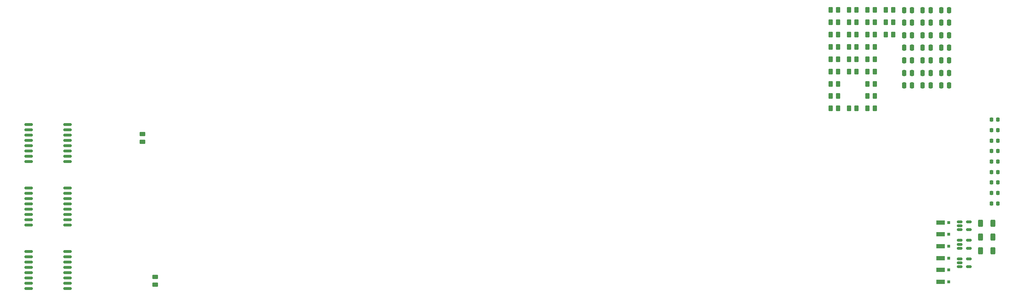
<source format=gbr>
%TF.GenerationSoftware,KiCad,Pcbnew,(7.0.0-0)*%
%TF.CreationDate,2023-06-28T09:11:26-07:00*%
%TF.ProjectId,Power Stage,506f7765-7220-4537-9461-67652e6b6963,rev?*%
%TF.SameCoordinates,Original*%
%TF.FileFunction,Paste,Top*%
%TF.FilePolarity,Positive*%
%FSLAX46Y46*%
G04 Gerber Fmt 4.6, Leading zero omitted, Abs format (unit mm)*
G04 Created by KiCad (PCBNEW (7.0.0-0)) date 2023-06-28 09:11:26*
%MOMM*%
%LPD*%
G01*
G04 APERTURE LIST*
G04 Aperture macros list*
%AMRoundRect*
0 Rectangle with rounded corners*
0 $1 Rounding radius*
0 $2 $3 $4 $5 $6 $7 $8 $9 X,Y pos of 4 corners*
0 Add a 4 corners polygon primitive as box body*
4,1,4,$2,$3,$4,$5,$6,$7,$8,$9,$2,$3,0*
0 Add four circle primitives for the rounded corners*
1,1,$1+$1,$2,$3*
1,1,$1+$1,$4,$5*
1,1,$1+$1,$6,$7*
1,1,$1+$1,$8,$9*
0 Add four rect primitives between the rounded corners*
20,1,$1+$1,$2,$3,$4,$5,0*
20,1,$1+$1,$4,$5,$6,$7,0*
20,1,$1+$1,$6,$7,$8,$9,0*
20,1,$1+$1,$8,$9,$2,$3,0*%
G04 Aperture macros list end*
%ADD10RoundRect,0.150000X-0.512500X-0.150000X0.512500X-0.150000X0.512500X0.150000X-0.512500X0.150000X0*%
%ADD11RoundRect,0.150000X-0.875000X-0.150000X0.875000X-0.150000X0.875000X0.150000X-0.875000X0.150000X0*%
%ADD12RoundRect,0.250000X-0.262500X-0.450000X0.262500X-0.450000X0.262500X0.450000X-0.262500X0.450000X0*%
%ADD13RoundRect,0.250000X-0.450000X0.262500X-0.450000X-0.262500X0.450000X-0.262500X0.450000X0.262500X0*%
%ADD14RoundRect,0.250000X-0.312500X-0.625000X0.312500X-0.625000X0.312500X0.625000X-0.312500X0.625000X0*%
%ADD15R,2.000000X1.100000*%
%ADD16R,0.800000X0.800000*%
%ADD17RoundRect,0.250000X-0.250000X-0.475000X0.250000X-0.475000X0.250000X0.475000X-0.250000X0.475000X0*%
%ADD18RoundRect,0.225000X-0.225000X-0.250000X0.225000X-0.250000X0.225000X0.250000X-0.225000X0.250000X0*%
G04 APERTURE END LIST*
D10*
%TO.C,U6*%
X360556500Y-114132000D03*
X360556500Y-115082000D03*
X360556500Y-116032000D03*
X362831500Y-116032000D03*
X362831500Y-114132000D03*
%TD*%
%TO.C,U5*%
X360556500Y-109682000D03*
X360556500Y-110632000D03*
X360556500Y-111582000D03*
X362831500Y-111582000D03*
X362831500Y-109682000D03*
%TD*%
%TO.C,U4*%
X360556500Y-105232000D03*
X360556500Y-106182000D03*
X360556500Y-107132000D03*
X362831500Y-107132000D03*
X362831500Y-105232000D03*
%TD*%
D11*
%TO.C,U3*%
X137590000Y-112395000D03*
X137590000Y-113665000D03*
X137590000Y-114935000D03*
X137590000Y-116205000D03*
X137590000Y-117475000D03*
X137590000Y-118745000D03*
X137590000Y-120015000D03*
X137590000Y-121285000D03*
X146890000Y-121285000D03*
X146890000Y-120015000D03*
X146890000Y-118745000D03*
X146890000Y-117475000D03*
X146890000Y-116205000D03*
X146890000Y-114935000D03*
X146890000Y-113665000D03*
X146890000Y-112395000D03*
%TD*%
%TO.C,U2*%
X146890000Y-97155000D03*
X146890000Y-98425000D03*
X146890000Y-99695000D03*
X146890000Y-100965000D03*
X146890000Y-102235000D03*
X146890000Y-103505000D03*
X146890000Y-104775000D03*
X146890000Y-106045000D03*
X137590000Y-106045000D03*
X137590000Y-104775000D03*
X137590000Y-103505000D03*
X137590000Y-102235000D03*
X137590000Y-100965000D03*
X137590000Y-99695000D03*
X137590000Y-98425000D03*
X137590000Y-97155000D03*
%TD*%
%TO.C,U1*%
X146890000Y-81915000D03*
X146890000Y-83185000D03*
X146890000Y-84455000D03*
X146890000Y-85725000D03*
X146890000Y-86995000D03*
X146890000Y-88265000D03*
X146890000Y-89535000D03*
X146890000Y-90805000D03*
X137590000Y-90805000D03*
X137590000Y-89535000D03*
X137590000Y-88265000D03*
X137590000Y-86995000D03*
X137590000Y-85725000D03*
X137590000Y-84455000D03*
X137590000Y-83185000D03*
X137590000Y-81915000D03*
%TD*%
D12*
%TO.C,R33*%
X342891500Y-60302000D03*
X344716500Y-60302000D03*
%TD*%
%TO.C,R32*%
X342891500Y-57352000D03*
X344716500Y-57352000D03*
%TD*%
%TO.C,R31*%
X342891500Y-54402000D03*
X344716500Y-54402000D03*
%TD*%
%TO.C,R30*%
X338481500Y-78002000D03*
X340306500Y-78002000D03*
%TD*%
%TO.C,R29*%
X338481500Y-75052000D03*
X340306500Y-75052000D03*
%TD*%
%TO.C,R28*%
X338481500Y-72102000D03*
X340306500Y-72102000D03*
%TD*%
%TO.C,R27*%
X338481500Y-69152000D03*
X340306500Y-69152000D03*
%TD*%
%TO.C,R26*%
X338481500Y-66202000D03*
X340306500Y-66202000D03*
%TD*%
%TO.C,R25*%
X338481500Y-63252000D03*
X340306500Y-63252000D03*
%TD*%
%TO.C,R24*%
X338481500Y-60302000D03*
X340306500Y-60302000D03*
%TD*%
%TO.C,R23*%
X338481500Y-57352000D03*
X340306500Y-57352000D03*
%TD*%
%TO.C,R22*%
X338481500Y-54402000D03*
X340306500Y-54402000D03*
%TD*%
%TO.C,R21*%
X334071500Y-78002000D03*
X335896500Y-78002000D03*
%TD*%
D13*
%TO.C,R20*%
X167894000Y-118467500D03*
X167894000Y-120292500D03*
%TD*%
%TO.C,R19*%
X164846000Y-84177500D03*
X164846000Y-86002500D03*
%TD*%
D12*
%TO.C,R18*%
X334071500Y-69152000D03*
X335896500Y-69152000D03*
%TD*%
%TO.C,R17*%
X334071500Y-66202000D03*
X335896500Y-66202000D03*
%TD*%
%TO.C,R16*%
X334071500Y-63252000D03*
X335896500Y-63252000D03*
%TD*%
%TO.C,R15*%
X334071500Y-60302000D03*
X335896500Y-60302000D03*
%TD*%
%TO.C,R14*%
X334071500Y-57352000D03*
X335896500Y-57352000D03*
%TD*%
%TO.C,R13*%
X334071500Y-54402000D03*
X335896500Y-54402000D03*
%TD*%
D14*
%TO.C,R12*%
X365611500Y-112182000D03*
X368536500Y-112182000D03*
%TD*%
%TO.C,R11*%
X365611500Y-108892000D03*
X368536500Y-108892000D03*
%TD*%
%TO.C,R10*%
X365611500Y-105602000D03*
X368536500Y-105602000D03*
%TD*%
D12*
%TO.C,R9*%
X329661500Y-78002000D03*
X331486500Y-78002000D03*
%TD*%
%TO.C,R8*%
X329661500Y-75052000D03*
X331486500Y-75052000D03*
%TD*%
%TO.C,R7*%
X329661500Y-72102000D03*
X331486500Y-72102000D03*
%TD*%
%TO.C,R6*%
X329661500Y-69152000D03*
X331486500Y-69152000D03*
%TD*%
%TO.C,R5*%
X329661500Y-66202000D03*
X331486500Y-66202000D03*
%TD*%
%TO.C,R4*%
X329661500Y-63252000D03*
X331486500Y-63252000D03*
%TD*%
%TO.C,R3*%
X329661500Y-60302000D03*
X331486500Y-60302000D03*
%TD*%
%TO.C,R2*%
X329661500Y-57352000D03*
X331486500Y-57352000D03*
%TD*%
%TO.C,R1*%
X329661500Y-54402000D03*
X331486500Y-54402000D03*
%TD*%
D15*
%TO.C,D6*%
X356048999Y-119631999D03*
D16*
X357948999Y-119631999D03*
%TD*%
D15*
%TO.C,D5*%
X356048999Y-116781999D03*
D16*
X357948999Y-116781999D03*
%TD*%
D15*
%TO.C,D4*%
X356048999Y-113931999D03*
D16*
X357948999Y-113931999D03*
%TD*%
D15*
%TO.C,D3*%
X356048999Y-111081999D03*
D16*
X357948999Y-111081999D03*
%TD*%
D15*
%TO.C,D2*%
X356048999Y-108231999D03*
D16*
X357948999Y-108231999D03*
%TD*%
D15*
%TO.C,D1*%
X356048999Y-105381999D03*
D16*
X357948999Y-105381999D03*
%TD*%
D17*
%TO.C,C30*%
X356184000Y-72492000D03*
X358084000Y-72492000D03*
%TD*%
%TO.C,C29*%
X356184000Y-69482000D03*
X358084000Y-69482000D03*
%TD*%
%TO.C,C28*%
X356184000Y-66472000D03*
X358084000Y-66472000D03*
%TD*%
%TO.C,C27*%
X356184000Y-63462000D03*
X358084000Y-63462000D03*
%TD*%
%TO.C,C26*%
X356184000Y-60452000D03*
X358084000Y-60452000D03*
%TD*%
%TO.C,C25*%
X356184000Y-57442000D03*
X358084000Y-57442000D03*
%TD*%
%TO.C,C24*%
X356184000Y-54432000D03*
X358084000Y-54432000D03*
%TD*%
%TO.C,C23*%
X351734000Y-72492000D03*
X353634000Y-72492000D03*
%TD*%
%TO.C,C22*%
X351734000Y-69482000D03*
X353634000Y-69482000D03*
%TD*%
%TO.C,C21*%
X351734000Y-66472000D03*
X353634000Y-66472000D03*
%TD*%
%TO.C,C20*%
X351734000Y-63462000D03*
X353634000Y-63462000D03*
%TD*%
%TO.C,C19*%
X351734000Y-60452000D03*
X353634000Y-60452000D03*
%TD*%
%TO.C,C18*%
X351734000Y-57442000D03*
X353634000Y-57442000D03*
%TD*%
%TO.C,C17*%
X351734000Y-54432000D03*
X353634000Y-54432000D03*
%TD*%
%TO.C,C16*%
X347284000Y-72492000D03*
X349184000Y-72492000D03*
%TD*%
D18*
%TO.C,C15*%
X368189000Y-100812000D03*
X369739000Y-100812000D03*
%TD*%
%TO.C,C14*%
X368189000Y-98302000D03*
X369739000Y-98302000D03*
%TD*%
%TO.C,C13*%
X368189000Y-95792000D03*
X369739000Y-95792000D03*
%TD*%
D17*
%TO.C,C12*%
X347284000Y-69482000D03*
X349184000Y-69482000D03*
%TD*%
%TO.C,C11*%
X347284000Y-66472000D03*
X349184000Y-66472000D03*
%TD*%
%TO.C,C10*%
X347284000Y-63462000D03*
X349184000Y-63462000D03*
%TD*%
D18*
%TO.C,C9*%
X368189000Y-93282000D03*
X369739000Y-93282000D03*
%TD*%
%TO.C,C8*%
X368189000Y-90772000D03*
X369739000Y-90772000D03*
%TD*%
%TO.C,C7*%
X368189000Y-88262000D03*
X369739000Y-88262000D03*
%TD*%
D17*
%TO.C,C6*%
X347284000Y-60452000D03*
X349184000Y-60452000D03*
%TD*%
%TO.C,C5*%
X347284000Y-57442000D03*
X349184000Y-57442000D03*
%TD*%
%TO.C,C4*%
X347284000Y-54432000D03*
X349184000Y-54432000D03*
%TD*%
D18*
%TO.C,C3*%
X368189000Y-85752000D03*
X369739000Y-85752000D03*
%TD*%
%TO.C,C2*%
X368189000Y-83242000D03*
X369739000Y-83242000D03*
%TD*%
%TO.C,C1*%
X368189000Y-80732000D03*
X369739000Y-80732000D03*
%TD*%
M02*

</source>
